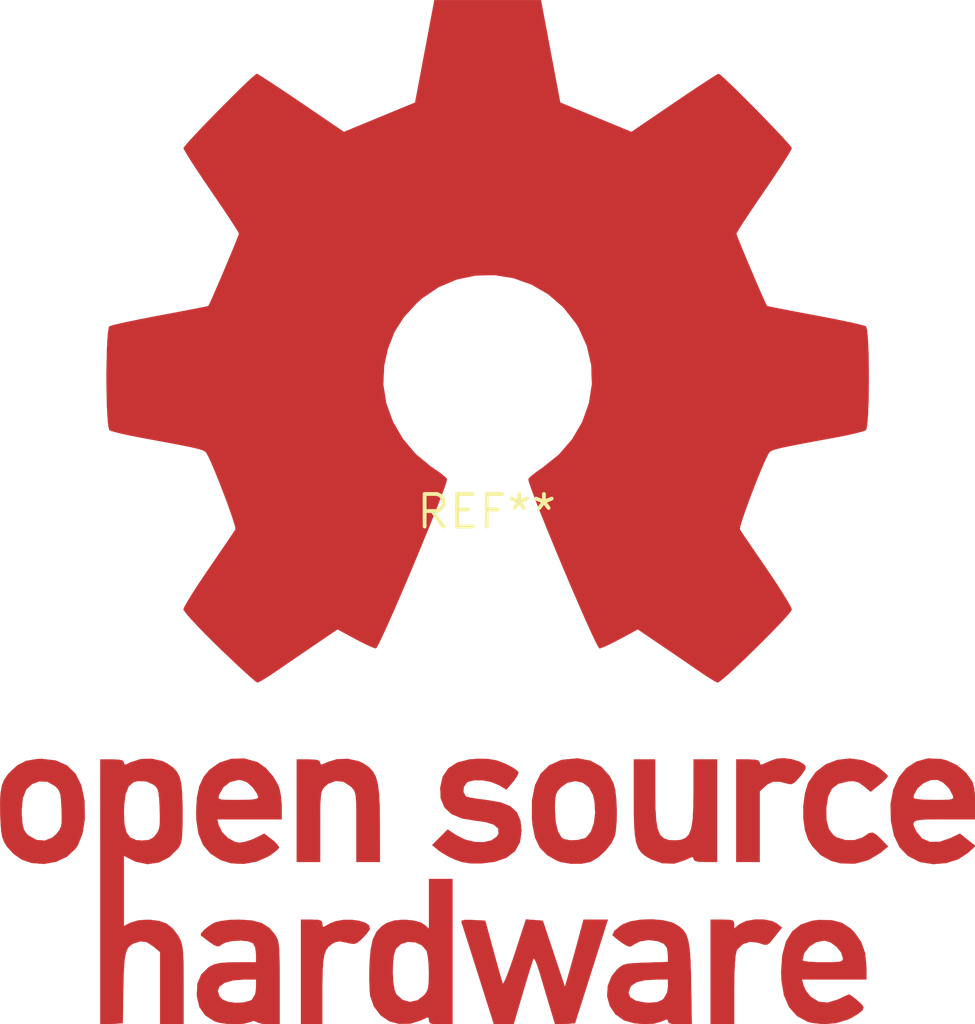
<source format=kicad_pcb>
(kicad_pcb (version 20240108) (generator pcbnew)
  (layers (0 "F.Cu" signal) (31 "B.Cu" signal) (34 "B.Paste" user) (35 "F.Paste" user) (36 "B.SilkS" user "B.Silkscreen") (37 "F.SilkS" user "F.Silkscreen") (38 "B.Mask" user) (39 "F.Mask" user) (44 "Edge.Cuts" user))
  (net 0 "")
  (footprint "OSHW-Logo_38.1x40mm_Copper" (layer "F.Cu") (at 0 0)
    (property "Reference" "REF**")
    (property "Value" "OSHW-Logo_38.1x40mm_Copper")
    (fp_poly (pts (xy 11.917738 9.656462) (xy 12.204184 9.743978) (xy 12.388612 9.85456) (xy 12.448689 9.942007) (xy 12.432152 10.045667) (xy 12.324854 10.208517) (xy 12.234127 10.323853) (xy 12.047093 10.532364) (xy 11.906574 10.62009) (xy 11.786787 10.614364) (xy 11.431441 10.523933) (xy 11.170468 10.52804) (xy 10.958547 10.630522) (xy 10.887401 10.690504) (xy 10.659673 10.901555) (xy 10.659673 13.657705) (xy 9.743607 13.657705) (xy 9.743607 9.660328) (xy 10.20164 9.660328) (xy 10.476637 9.671203) (xy 10.618516 9.709817) (xy 10.659655 9.785151) (xy 10.659673 9.787384) (xy 10.679101 9.866292) (xy 10.766957 9.856) (xy 10.888689 9.799072) (xy 11.140109 9.693138) (xy 11.344268 9.629405) (xy 11.606961 9.613066) (xy 11.917738 9.656462)) (layer "F.Cu") (stroke (width 0.01)) (fill solid))
    (fp_poly (pts (xy 10.830214 15.904919) (xy 11.150364 15.968034) (xy 11.332625 16.061485) (xy 11.524358 16.21674) (xy 11.251575 16.561157) (xy 11.083389 16.769733) (xy 10.969185 16.871491) (xy 10.855688 16.887037) (xy 10.689622 16.836976) (xy 10.611667 16.808654) (xy 10.293852 16.766866) (xy 10.002799 16.85644) (xy 9.789121 17.058798) (xy 9.75441 17.123317) (xy 9.716607 17.29423) (xy 9.687432 17.609212) (xy 9.668253 18.045937) (xy 9.660438 18.582075) (xy 9.660328 18.658344) (xy 9.660328 19.986885) (xy 8.744263 19.986885) (xy 8.744263 15.906229) (xy 9.202296 15.906229) (xy 9.466399 15.913125) (xy 9.603984 15.943814) (xy 9.654861 16.013296) (xy 9.660328 16.078831) (xy 9.660328 16.251433) (xy 9.879756 16.078831) (xy 10.13136 15.961076) (xy 10.469362 15.902852) (xy 10.830214 15.904919)) (layer "F.Cu") (stroke (width 0.01)) (fill solid))
    (fp_poly (pts (xy -6.57895 15.915079) (xy -6.454325 15.952436) (xy -6.414149 16.03451) (xy -6.412459 16.071563) (xy -6.405249 16.174766) (xy -6.355599 16.190968) (xy -6.221474 16.120215) (xy -6.141803 16.071874) (xy -5.890453 15.96835) (xy -5.590246 15.917162) (xy -5.275474 15.913226) (xy -4.980428 15.951458) (xy -4.739399 16.026773) (xy -4.58668 16.134087) (xy -4.556562 16.268315) (xy -4.571762 16.304665) (xy -4.682563 16.455554) (xy -4.854379 16.641136) (xy -4.885456 16.671135) (xy -5.049224 16.80908) (xy -5.190525 16.85365) (xy -5.388135 16.822544) (xy -5.467303 16.801875) (xy -5.713656 16.752231) (xy -5.886871 16.774555) (xy -6.033151 16.853292) (xy -6.167147 16.958958) (xy -6.265835 17.091847) (xy -6.334418 17.277303) (xy -6.378095 17.540667) (xy -6.402067 17.907282) (xy -6.411537 18.402491) (xy -6.412459 18.701487) (xy -6.412459 19.986885) (xy -7.245245 19.986885) (xy -7.245245 15.906229) (xy -6.828852 15.906229) (xy -6.57895 15.915079)) (layer "F.Cu") (stroke (width 0.01)) (fill solid))
    (fp_poly (pts (xy 6.579017 10.956622) (xy 6.586888 11.567396) (xy 6.615646 12.031319) (xy 6.673009 12.367572) (xy 6.766696 12.595341) (xy 6.904423 12.73381) (xy 7.093909 12.80216) (xy 7.328525 12.819621) (xy 7.574247 12.800056) (xy 7.760889 12.728574) (xy 7.896168 12.58599) (xy 7.987803 12.353121) (xy 8.04351 12.010782) (xy 8.071009 11.539791) (xy 8.078033 10.956622) (xy 8.078033 9.660328) (xy 8.994099 9.660328) (xy 8.994099 13.657705) (xy 8.536066 13.657705) (xy 8.259942 13.646516) (xy 8.117757 13.607222) (xy 8.078033 13.532625) (xy 8.054109 13.466187) (xy 7.958894 13.480242) (xy 7.766971 13.574264) (xy 7.327097 13.719308) (xy 6.860548 13.709032) (xy 6.41351 13.551531) (xy 6.200627 13.427116) (xy 6.038245 13.292407) (xy 5.919616 13.123856) (xy 5.837992 12.897913) (xy 5.786624 12.591029) (xy 5.758762 12.179653) (xy 5.747659 11.640236) (xy 5.74623 11.223102) (xy 5.74623 9.660328) (xy 6.579017 9.660328) (xy 6.579017 10.956622)) (layer "F.Cu") (stroke (width 0.01)) (fill solid))
    (fp_poly (pts (xy -4.993784 9.729125) (xy -4.78652 9.828124) (xy -4.585788 9.971122) (xy -4.432864 10.135705) (xy -4.321476 10.345622) (xy -4.245354 10.624625) (xy -4.198229 10.996466) (xy -4.17383 11.484895) (xy -4.165887 12.113665) (xy -4.165763 12.179508) (xy -4.163934 13.657705) (xy -5.08 13.657705) (xy -5.08 12.294962) (xy -5.080652 11.7901) (xy -5.085162 11.424186) (xy -5.097362 11.169613) (xy -5.121082 10.998771) (xy -5.160152 10.884052) (xy -5.218405 10.797848) (xy -5.299552 10.712667) (xy -5.583462 10.529648) (xy -5.893387 10.495686) (xy -6.188645 10.611402) (xy -6.291326 10.697526) (xy -6.366706 10.778498) (xy -6.420826 10.865214) (xy -6.457206 10.984925) (xy -6.479367 11.164882) (xy -6.490828 11.432336) (xy -6.495111 11.814539) (xy -6.495737 12.279821) (xy -6.495737 13.657705) (xy -7.411803 13.657705) (xy -7.411803 9.660328) (xy -6.95377 9.660328) (xy -6.678772 9.671203) (xy -6.536894 9.709817) (xy -6.495755 9.785151) (xy -6.495737 9.787384) (xy -6.47665 9.861162) (xy -6.392465 9.852789) (xy -6.225081 9.771722) (xy -5.845454 9.652447) (xy -5.411197 9.639182) (xy -4.993784 9.729125)) (layer "F.Cu") (stroke (width 0.01)) (fill solid))
    (fp_poly (pts (xy 14.684577 9.695204) (xy 15.167087 9.90018) (xy 15.319062 9.999961) (xy 15.513296 10.153301) (xy 15.635225 10.273871) (xy 15.656394 10.313142) (xy 15.596616 10.400284) (xy 15.443638 10.548153) (xy 15.321165 10.651358) (xy 14.985935 10.920755) (xy 14.721228 10.698019) (xy 14.516672 10.554226) (xy 14.317221 10.504591) (xy 14.08895 10.516713) (xy 13.726468 10.606836) (xy 13.476951 10.793898) (xy 13.325316 11.096307) (xy 13.25648 11.532472) (xy 13.256463 11.532745) (xy 13.262416 12.020248) (xy 13.354934 12.377932) (xy 13.539485 12.621459) (xy 13.6653 12.703927) (xy 13.999435 12.806621) (xy 14.356325 12.806683) (xy 14.666831 12.707043) (xy 14.740328 12.65836) (xy 14.92466 12.534007) (xy 15.068775 12.513626) (xy 15.224205 12.606183) (xy 15.396036 12.772423) (xy 15.668023 13.053042) (xy 15.366047 13.301956) (xy 14.89948 13.582886) (xy 14.373346 13.721331) (xy 13.82352 13.711306) (xy 13.462433 13.619509) (xy 13.040389 13.392498) (xy 12.702853 13.03537) (xy 12.549506 12.783278) (xy 12.425308 12.421582) (xy 12.363163 11.96349) (xy 12.362684 11.467019) (xy 12.423486 10.990185) (xy 12.545184 10.591005) (xy 12.564352 10.550078) (xy 12.848205 10.148682) (xy 13.232519 9.856433) (xy 13.686929 9.679395) (xy 14.18107 9.62363) (xy 14.684577 9.695204)) (layer "F.Cu") (stroke (width 0.01)) (fill solid))
    (fp_poly (pts (xy 4.045043 9.70961) (xy 4.466272 9.939009) (xy 4.795831 10.301147) (xy 4.951108 10.595675) (xy 5.017772 10.855814) (xy 5.060967 11.226665) (xy 5.079479 11.653878) (xy 5.07209 12.0831) (xy 5.037588 12.459981) (xy 4.997287 12.661273) (xy 4.861335 12.936645) (xy 4.625885 13.229132) (xy 4.342131 13.484903) (xy 4.061265 13.650125) (xy 4.054415 13.652746) (xy 3.705891 13.724943) (xy 3.292854 13.72673) (xy 2.900349 13.661002) (xy 2.748792 13.608322) (xy 2.358442 13.386967) (xy 2.078877 13.096955) (xy 1.895199 12.713005) (xy 1.792509 12.209839) (xy 1.769275 11.946283) (xy 1.772239 11.615106) (xy 2.664919 11.615106) (xy 2.694989 12.098353) (xy 2.781545 12.466606) (xy 2.919103 12.701897) (xy 3.017101 12.76918) (xy 3.268186 12.8161) (xy 3.566637 12.802208) (xy 3.824667 12.73469) (xy 3.892332 12.697544) (xy 4.070857 12.481198) (xy 4.18869 12.150101) (xy 4.238848 11.747162) (xy 4.214348 11.315292) (xy 4.159593 11.055379) (xy 4.002383 10.754381) (xy 3.754209 10.566227) (xy 3.455323 10.501173) (xy 3.145974 10.569476) (xy 2.908349 10.736545) (xy 2.78347 10.874386) (xy 2.710586 11.010252) (xy 2.675846 11.194128) (xy 2.665399 11.475998) (xy 2.664919 11.615106) (xy 1.772239 11.615106) (xy 1.77557 11.242989) (xy 1.890112 10.666268) (xy 2.112914 10.216098) (xy 2.443987 9.89246) (xy 2.883341 9.695331) (xy 2.977684 9.672472) (xy 3.544672 9.618811) (xy 4.045043 9.70961)) (layer "F.Cu") (stroke (width 0.01)) (fill solid))
    (fp_poly (pts (xy 1.864521 15.923144) (xy 2.193885 15.947869) (xy 2.624497 17.238688) (xy 3.05511 18.529508) (xy 3.190129 18.071475) (xy 3.271382 17.788407) (xy 3.378267 17.405872) (xy 3.493684 16.985385) (xy 3.554711 16.759836) (xy 3.784273 15.906229) (xy 4.731374 15.906229) (xy 4.448278 16.801475) (xy 4.308866 17.241806) (xy 4.140446 17.772942) (xy 3.964562 18.326983) (xy 3.807544 18.820983) (xy 3.449905 19.945246) (xy 2.677623 19.995492) (xy 2.468236 19.304139) (xy 2.339106 18.874669) (xy 2.198185 18.401207) (xy 2.075022 17.983051) (xy 2.070162 17.96641) (xy 1.978171 17.683073) (xy 1.897007 17.489747) (xy 1.84016 17.416642) (xy 1.828478 17.425098) (xy 1.787476 17.538434) (xy 1.709571 17.781209) (xy 1.604245 18.122895) (xy 1.480982 18.532964) (xy 1.414287 18.758524) (xy 1.053093 19.986885) (xy 0.286534 19.986885) (xy -0.326266 18.050655) (xy -0.498418 17.507518) (xy -0.655239 17.014275) (xy -0.789322 16.594096) (xy -0.893261 16.270152) (xy -0.959651 16.065616) (xy -0.979831 16.005855) (xy -0.963856 15.944667) (xy -0.838415 15.917869) (xy -0.577369 15.920549) (xy -0.536506 15.922576) (xy -0.052416 15.947869) (xy 0.264634 17.11377) (xy 0.38117 17.538972) (xy 0.485311 17.912754) (xy 0.567889 18.202661) (xy 0.619733 18.376239) (xy 0.629312 18.404538) (xy 0.669009 18.371996) (xy 0.749061 18.203393) (xy 0.860276 17.921683) (xy 0.993462 17.549821) (xy 1.106049 17.213911) (xy 1.535156 15.898418) (xy 1.864521 15.923144)) (layer "F.Cu") (stroke (width 0.01)) (fill solid))
    (fp_poly (pts (xy -16.810779 9.703603) (xy -16.375105 9.896215) (xy -16.044367 10.217838) (xy -15.818085 10.668963) (xy -15.695776 11.250083) (xy -15.687009 11.340815) (xy -15.680139 11.980512) (xy -15.769203 12.541228) (xy -15.948781 12.995693) (xy -16.044942 13.141882) (xy -16.37989 13.451285) (xy -16.806463 13.651675) (xy -17.283692 13.734835) (xy -17.770605 13.692544) (xy -18.14074 13.56229) (xy -18.459041 13.342786) (xy -18.719191 13.054992) (xy -18.723691 13.048259) (xy -18.82934 12.870628) (xy -18.897998 12.69201) (xy -18.939575 12.466588) (xy -18.963982 12.148545) (xy -18.974734 11.887736) (xy -18.97921 11.651222) (xy -18.146588 11.651222) (xy -18.13845 11.88667) (xy -18.10891 12.200097) (xy -18.056795 12.401241) (xy -17.962813 12.544346) (xy -17.874793 12.627941) (xy -17.562753 12.802967) (xy -17.236261 12.826358) (xy -16.932192 12.700424) (xy -16.78016 12.559306) (xy -16.670605 12.417099) (xy -16.606525 12.281024) (xy -16.5784 12.103933) (xy -16.576715 11.838677) (xy -16.585382 11.594389) (xy -16.604022 11.245419) (xy -16.633575 11.019076) (xy -16.68684 10.871441) (xy -16.776618 10.758595) (xy -16.84776 10.694099) (xy -17.145341 10.524679) (xy -17.466374 10.516234) (xy -17.735559 10.616584) (xy -17.965199 10.826149) (xy -18.102008 11.170396) (xy -18.146588 11.651222) (xy -18.97921 11.651222) (xy -18.984551 11.369095) (xy -18.967785 10.98122) (xy -18.917543 10.68949) (xy -18.826936 10.459281) (xy -18.689072 10.255972) (xy -18.637956 10.195604) (xy -18.31835 9.894823) (xy -17.975537 9.719132) (xy -17.556302 9.645524) (xy -17.351871 9.639508) (xy -16.810779 9.703603)) (layer "F.Cu") (stroke (width 0.01)) (fill solid))
    (fp_poly (pts (xy -1.332459 19.986885) (xy -1.790491 19.986885) (xy -2.056349 19.979091) (xy -2.19481 19.946813) (xy -2.244663 19.876707) (xy -2.248524 19.829305) (xy -2.256931 19.734246) (xy -2.309948 19.716016) (xy -2.449266 19.774615) (xy -2.557608 19.829305) (xy -2.973554 19.958902) (xy -3.425706 19.966401) (xy -3.793309 19.869746) (xy -4.135625 19.636235) (xy -4.396567 19.291562) (xy -4.539454 18.885012) (xy -4.543092 18.862282) (xy -4.564322 18.614272) (xy -4.574879 18.258234) (xy -4.57403 17.988959) (xy -3.664344 17.988959) (xy -3.643269 18.346856) (xy -3.595331 18.641847) (xy -3.530433 18.808433) (xy -3.284912 19.036081) (xy -2.993401 19.11769) (xy -2.692785 19.051696) (xy -2.435901 18.854843) (xy -2.338615 18.722448) (xy -2.281731 18.564462) (xy -2.255087 18.333852) (xy -2.248524 17.987471) (xy -2.26027 17.644457) (xy -2.291294 17.34308) (xy -2.335276 17.141395) (xy -2.342606 17.123317) (xy -2.519975 16.90839) (xy -2.778855 16.79039) (xy -3.068514 16.771337) (xy -3.338217 16.853251) (xy -3.537234 17.038152) (xy -3.557879 17.074945) (xy -3.622499 17.299291) (xy -3.657704 17.621867) (xy -3.664344 17.988959) (xy -4.57403 17.988959) (xy -4.573599 17.852424) (xy -4.567611 17.63402) (xy -4.526883 17.093711) (xy -4.442233 16.688047) (xy -4.301412 16.388153) (xy -4.092175 16.165157) (xy -3.889042 16.034254) (xy -3.605232 15.942233) (xy -3.252241 15.910672) (xy -2.890785 15.936379) (xy -2.581574 16.016161) (xy -2.418202 16.111602) (xy -2.248524 16.265158) (xy -2.248524 14.323934) (xy -1.332459 14.323934) (xy -1.332459 19.986885)) (layer "F.Cu") (stroke (width 0.01)) (fill solid))
    (fp_poly (pts (xy 17.735584 9.646038) (xy 17.948829 9.697843) (xy 18.357661 9.887543) (xy 18.707251 10.177266) (xy 18.949194 10.524639) (xy 18.982434 10.602634) (xy 19.028032 10.80693) (xy 19.05995 11.109146) (xy 19.07082 11.414601) (xy 19.07082 11.992131) (xy 17.863279 11.992131) (xy 17.365238 11.994014) (xy 17.014379 12.005445) (xy 16.791331 12.035099) (xy 16.676721 12.091653) (xy 16.651177 12.183779) (xy 16.695325 12.320154) (xy 16.774411 12.479726) (xy 16.995018 12.746034) (xy 17.301584 12.878709) (xy 17.676283 12.874388) (xy 18.100726 12.729981) (xy 18.467547 12.551766) (xy 18.771925 12.79244) (xy 19.076302 13.033115) (xy 18.789949 13.297685) (xy 18.407657 13.547663) (xy 17.937507 13.698378) (xy 17.431797 13.740555) (xy 16.942826 13.66492) (xy 16.863935 13.639256) (xy 16.43418 13.414827) (xy 16.114501 13.080236) (xy 15.898161 12.625495) (xy 15.778421 12.040615) (xy 15.777026 12.02808) (xy 15.766305 11.390664) (xy 15.809646 11.163263) (xy 16.655738 11.163263) (xy 16.733444 11.198231) (xy 16.944411 11.225016) (xy 17.255414 11.240309) (xy 17.452498 11.242623) (xy 17.820027 11.241175) (xy 18.049829 11.231966) (xy 18.170732 11.207695) (xy 18.211567 11.16106) (xy 18.201162 11.084763) (xy 18.192434 11.055246) (xy 18.043449 10.777888) (xy 17.809132 10.554358) (xy 17.602347 10.456132) (xy 17.327632 10.462063) (xy 17.049259 10.584556) (xy 16.815749 10.787365) (xy 16.675621 11.034244) (xy 16.655738 11.163263) (xy 15.809646 11.163263) (xy 15.873158 10.83004) (xy 16.085145 10.359559) (xy 16.389822 9.992568) (xy 16.774749 9.742418) (xy 17.227484 9.622458) (xy 17.735584 9.646038)) (layer "F.Cu") (stroke (width 0.01)) (fill solid))
    (fp_poly (pts (xy 0.092836 9.646006) (xy 0.4082 9.705814) (xy 0.735371 9.830904) (xy 0.770328 9.846852) (xy 1.018435 9.977312) (xy 1.190259 10.098547) (xy 1.245796 10.176212) (xy 1.192907 10.302873) (xy 1.06444 10.489761) (xy 1.007417 10.559524) (xy 0.772422 10.834131) (xy 0.469465 10.655382) (xy 0.18114 10.536303) (xy -0.151999 10.472652) (xy -0.471476 10.468632) (xy -0.718811 10.528441) (xy -0.778167 10.565771) (xy -0.891204 10.736932) (xy -0.904941 10.934097) (xy -0.820359 11.088124) (xy -0.770327 11.117996) (xy -0.620407 11.155093) (xy -0.356878 11.198695) (xy -0.032017 11.240359) (xy 0.027913 11.246893) (xy 0.54968 11.33715) (xy 0.92811 11.49046) (xy 1.179086 11.720981) (xy 1.318487 12.042869) (xy 1.361912 12.43603) (xy 1.301922 12.882946) (xy 1.107118 13.233897) (xy 0.776723 13.489515) (xy 0.309955 13.650435) (xy -0.208196 13.713924) (xy -0.630734 13.71316) (xy -0.973469 13.655497) (xy -1.20754 13.575888) (xy -1.5033 13.437173) (xy -1.776625 13.276194) (xy -1.87377 13.205339) (xy -2.123606 13.001409) (xy -1.822293 12.696517) (xy -1.520981 12.391626) (xy -1.178408 12.61833) (xy -0.834811 12.788599) (xy -0.467904 12.877659) (xy -0.115205 12.887056) (xy 0.185763 12.81834) (xy 0.397481 12.673058) (xy 0.465843 12.550475) (xy 0.455588 12.353881) (xy 0.285715 12.203545) (xy -0.043313 12.099731) (xy -0.403798 12.05175) (xy -0.958582 11.960207) (xy -1.37073 11.787496) (xy -1.645756 11.52856) (xy -1.789174 11.178344) (xy -1.809042 10.76313) (xy -1.710904 10.329428) (xy -1.48716 10.001609) (xy -1.135806 9.778175) (xy -0.654837 9.657628) (xy -0.298513 9.633997) (xy 0.092836 9.646006)) (layer "F.Cu") (stroke (width 0.01)) (fill solid))
    (fp_poly (pts (xy 13.461685 15.927997) (xy 13.859752 16.031492) (xy 14.193123 16.245087) (xy 14.354539 16.404652) (xy 14.619137 16.781861) (xy 14.77078 17.21944) (xy 14.822876 17.757336) (xy 14.823143 17.800819) (xy 14.823607 18.238033) (xy 12.30719 18.238033) (xy 12.36083 18.467049) (xy 12.457683 18.674463) (xy 12.627193 18.89058) (xy 12.662647 18.925082) (xy 12.96736 19.111808) (xy 13.314849 19.143475) (xy 13.714823 19.020625) (xy 13.782623 18.987541) (xy 13.990576 18.886967) (xy 14.129863 18.829667) (xy 14.154166 18.824368) (xy 14.239002 18.875826) (xy 14.400798 19.001721) (xy 14.48293 19.070517) (xy 14.65312 19.228552) (xy 14.709007 19.332901) (xy 14.67022 19.428892) (xy 14.649487 19.455139) (xy 14.509062 19.570015) (xy 14.277348 19.709626) (xy 14.115738 19.791127) (xy 13.657003 19.934723) (xy 13.149129 19.981249) (xy 12.668148 19.926117) (xy 12.533443 19.886642) (xy 12.116525 19.663223) (xy 11.807493 19.319442) (xy 11.604557 18.851958) (xy 11.505931 18.257431) (xy 11.495102 17.946557) (xy 11.52672 17.493946) (xy 12.325246 17.493946) (xy 12.402481 17.527404) (xy 12.610085 17.553658) (xy 12.911912 17.56915) (xy 13.116394 17.571803) (xy 13.484202 17.569246) (xy 13.716349 17.557276) (xy 13.843704 17.529447) (xy 13.897135 17.47931) (xy 13.907541 17.406559) (xy 13.836146 17.182458) (xy 13.656393 16.960975) (xy 13.419933 16.790977) (xy 13.183381 16.721436) (xy 12.862089 16.783125) (xy 12.583956 16.961464) (xy 12.391115 17.218525) (xy 12.325246 17.493946) (xy 11.52672 17.493946) (xy 11.541145 17.287465) (xy 11.683249 16.762349) (xy 11.924421 16.36705) (xy 12.267668 16.097404) (xy 12.715997 15.949251) (xy 12.958876 15.920719) (xy 13.461685 15.927997)) (layer "F.Cu") (stroke (width 0.01)) (fill solid))
    (fp_poly (pts (xy -8.98535 9.753051) (xy -8.902362 9.792122) (xy -8.615131 10.002525) (xy -8.343527 10.309586) (xy -8.140723 10.64769) (xy -8.08304 10.803133) (xy -8.030411 11.080796) (xy -7.99903 11.416353) (xy -7.995218 11.554918) (xy -7.994754 11.992131) (xy -10.51117 11.992131) (xy -10.457531 12.221147) (xy -10.325867 12.492007) (xy -10.095678 12.726092) (xy -9.821826 12.876884) (xy -9.647315 12.908196) (xy -9.410656 12.870197) (xy -9.128297 12.774891) (xy -9.032377 12.731042) (xy -8.677658 12.553887) (xy -8.374939 12.784782) (xy -8.200261 12.940947) (xy -8.107316 13.069843) (xy -8.102609 13.107674) (xy -8.185643 13.199362) (xy -8.36762 13.338698) (xy -8.532789 13.4474) (xy -8.978498 13.64281) (xy -9.478174 13.731255) (xy -9.97342 13.70826) (xy -10.368196 13.588058) (xy -10.775151 13.330568) (xy -11.064357 12.991548) (xy -11.245278 12.552923) (xy -11.327378 11.996618) (xy -11.334658 11.742067) (xy -11.305522 11.15875) (xy -11.301943 11.141782) (xy -10.468118 11.141782) (xy -10.445153 11.196483) (xy -10.350768 11.226647) (xy -10.156097 11.239576) (xy -9.832271 11.24257) (xy -9.707579 11.242623) (xy -9.328206 11.238103) (xy -9.087622 11.221688) (xy -8.958231 11.189099) (xy -8.912439 11.136054) (xy -8.910819 11.119019) (xy -8.96308 10.983649) (xy -9.093874 10.79401) (xy -9.150104 10.727609) (xy -9.358851 10.539812) (xy -9.57645 10.465975) (xy -9.693686 10.459803) (xy -10.010852 10.536986) (xy -10.276826 10.744309) (xy -10.445543 11.045434) (xy -10.448533 11.055246) (xy -10.468118 11.141782) (xy -11.301943 11.141782) (xy -11.208632 10.699443) (xy -11.034089 10.331966) (xy -10.820622 10.071114) (xy -10.42596 9.788261) (xy -9.962029 9.637112) (xy -9.468576 9.623448) (xy -8.98535 9.753051)) (layer "F.Cu") (stroke (width 0.01)) (fill solid))
    (fp_poly (pts (xy 6.877341 15.930959) (xy 7.228359 16.016217) (xy 7.329824 16.061385) (xy 7.526508 16.179693) (xy 7.677454 16.312943) (xy 7.789142 16.48427) (xy 7.868052 16.716809) (xy 7.920664 17.033696) (xy 7.953459 17.458068) (xy 7.972915 18.013058) (xy 7.980303 18.38377) (xy 8.00749 19.986885) (xy 7.543089 19.986885) (xy 7.261354 19.975071) (xy 7.116204 19.934699) (xy 7.078689 19.866906) (xy 7.058882 19.793597) (xy 6.970333 19.807613) (xy 6.849673 19.866393) (xy 6.547606 19.956491) (xy 6.159387 19.980769) (xy 5.751062 19.941057) (xy 5.38868 19.839183) (xy 5.356179 19.825043) (xy 5.024982 19.592376) (xy 4.806648 19.268934) (xy 4.706183 18.89086) (xy 4.713858 18.755029) (xy 5.533527 18.755029) (xy 5.60575 18.937827) (xy 5.819885 19.068821) (xy 6.165368 19.139126) (xy 6.35 19.148462) (xy 6.6577 19.124563) (xy 6.86223 19.031687) (xy 6.912132 18.987541) (xy 7.047322 18.747361) (xy 7.078689 18.529508) (xy 7.078689 18.238033) (xy 6.672705 18.238033) (xy 6.200774 18.262086) (xy 5.869762 18.337742) (xy 5.660611 18.470241) (xy 5.613783 18.529311) (xy 5.533527 18.755029) (xy 4.713858 18.755029) (xy 4.728591 18.494296) (xy 4.87888 18.115384) (xy 5.083936 17.859312) (xy 5.20813 17.748603) (xy 5.32971 17.675848) (xy 5.487904 17.631488) (xy 5.721943 17.605963) (xy 6.071055 17.589714) (xy 6.209526 17.585042) (xy 7.078689 17.556642) (xy 7.077414 17.293567) (xy 7.043752 17.017038) (xy 6.922053 16.849833) (xy 6.67619 16.743013) (xy 6.669595 16.74111) (xy 6.321008 16.699109) (xy 5.979904 16.75397) (xy 5.7264 16.887377) (xy 5.624684 16.95325) (xy 5.515131 16.944136) (xy 5.346545 16.848697) (xy 5.247547 16.781341) (xy 5.053911 16.637432) (xy 4.933965 16.529558) (xy 4.914718 16.498674) (xy 4.993971 16.338847) (xy 5.228129 16.147978) (xy 5.329837 16.083578) (xy 5.622226 15.972663) (xy 6.016274 15.909826) (xy 6.453979 15.89571) (xy 6.877341 15.930959)) (layer "F.Cu") (stroke (width 0.01)) (fill solid))
    (fp_poly (pts (xy -9.167558 15.938494) (xy -8.775778 16.043027) (xy -8.477533 16.232505) (xy -8.267069 16.480676) (xy -8.201641 16.586591) (xy -8.153337 16.697535) (xy -8.119568 16.839459) (xy -8.097745 17.038308) (xy -8.085279 17.320032) (xy -8.079581 17.710578) (xy -8.078063 18.235895) (xy -8.078032 18.375266) (xy -8.078032 19.986885) (xy -8.47777 19.986885) (xy -8.732739 19.969029) (xy -8.921267 19.923791) (xy -8.968501 19.895891) (xy -9.09763 19.84774) (xy -9.229518 19.895891) (xy -9.446664 19.956006) (xy -9.762083 19.9802) (xy -10.111687 19.969702) (xy -10.431386 19.925737) (xy -10.618032 19.869325) (xy -10.979217 19.637462) (xy -11.20494 19.315694) (xy -11.306417 18.887872) (xy -11.30736 18.876885) (xy -11.298454 18.687094) (xy -10.493114 18.687094) (xy -10.422708 18.902968) (xy -10.308027 19.024458) (xy -10.077826 19.116344) (xy -9.773972 19.153023) (xy -9.464121 19.13497) (xy -9.215928 19.062664) (xy -9.146393 19.016273) (xy -9.024887 18.801919) (xy -8.994098 18.55824) (xy -8.994098 18.238033) (xy -9.454805 18.238033) (xy -9.892482 18.271726) (xy -10.224273 18.367185) (xy -10.430675 18.515972) (xy -10.493114 18.687094) (xy -11.298454 18.687094) (xy -11.285425 18.409462) (xy -11.131261 18.039892) (xy -10.841427 17.760412) (xy -10.801366 17.734989) (xy -10.629219 17.652209) (xy -10.416145 17.602081) (xy -10.118282 17.577716) (xy -9.764426 17.572114) (xy -8.994098 17.571803) (xy -8.994098 17.248885) (xy -9.026774 16.998336) (xy -9.110156 16.830482) (xy -9.119918 16.821546) (xy -9.305471 16.748117) (xy -9.585568 16.719655) (xy -9.89511 16.733642) (xy -10.168998 16.787559) (xy -10.331518 16.868424) (xy -10.41958 16.933201) (xy -10.512569 16.945568) (xy -10.640901 16.892496) (xy -10.83499 16.760958) (xy -11.125252 16.537926) (xy -11.151893 16.517032) (xy -11.138242 16.439723) (xy -11.024355 16.311144) (xy -10.851259 16.168261) (xy -10.659983 16.048042) (xy -10.599887 16.019653) (xy -10.380681 15.963006) (xy -10.05947 15.922599) (xy -9.700604 15.906391) (xy -9.683822 15.906359) (xy -9.167558 15.938494)) (layer "F.Cu") (stroke (width 0.01)) (fill solid))
    (fp_poly (pts (xy -12.641615 9.730332) (xy -12.466029 9.81708) (xy -12.249502 9.968243) (xy -12.091689 10.133084) (xy -11.98361 10.340074) (xy -11.916282 10.617685) (xy -11.880726 10.994388) (xy -11.867959 11.498656) (xy -11.867213 11.715447) (xy -11.869392 12.190574) (xy -11.878443 12.530136) (xy -11.898135 12.7651) (xy -11.932236 12.92643) (xy -11.984517 13.04509) (xy -12.038916 13.126039) (xy -12.38616 13.47045) (xy -12.795076 13.677612) (xy -13.236207 13.73992) (xy -13.680092 13.64977) (xy -13.820719 13.586018) (xy -14.157377 13.410542) (xy -14.157377 16.160343) (xy -13.911676 16.033286) (xy -13.587934 15.934981) (xy -13.19001 15.909799) (xy -12.792655 15.956294) (xy -12.492579 16.060739) (xy -12.243681 16.259651) (xy -12.031016 16.544286) (xy -12.015026 16.57351) (xy -11.947585 16.711163) (xy -11.898331 16.849912) (xy -11.864427 17.017991) (xy -11.843037 17.243631) (xy -11.831324 17.555066) (xy -11.826453 17.98053) (xy -11.825573 18.459328) (xy -11.825573 19.986885) (xy -12.741639 19.986885) (xy -12.741639 17.170215) (xy -12.997865 16.954616) (xy -13.264035 16.782158) (xy -13.516096 16.750801) (xy -13.769555 16.831494) (xy -13.904633 16.910508) (xy -14.005171 17.023054) (xy -14.076675 17.193144) (xy -14.124656 17.444788) (xy -14.154621 17.801996) (xy -14.17208 18.288781) (xy -14.178228 18.612787) (xy -14.199016 19.945246) (xy -14.636229 19.970417) (xy -15.073442 19.995589) (xy -15.073442 11.726928) (xy -14.157377 11.726928) (xy -14.134022 12.187906) (xy -14.055323 12.5079) (xy -13.908332 12.706994) (xy -13.680097 12.805278) (xy -13.449508 12.824918) (xy -13.188476 12.80235) (xy -13.015234 12.713527) (xy -12.906902 12.596161) (xy -12.821619 12.469924) (xy -12.770851 12.32929) (xy -12.748262 12.132245) (xy -12.747519 11.836774) (xy -12.75512 11.589366) (xy -12.772575 11.216656) (xy -12.79856 10.971964) (xy -12.842317 10.816754) (xy -12.913091 10.712489) (xy -12.979881 10.652221) (xy -13.258949 10.520797) (xy -13.589238 10.499574) (xy -13.778891 10.544846) (xy -13.966668 10.705762) (xy -14.091052 11.018784) (xy -14.151337 11.481703) (xy -14.157377 11.726928) (xy -15.073442 11.726928) (xy -15.073442 9.660328) (xy -14.615409 9.660328) (xy -14.340412 9.671203) (xy -14.198533 9.709817) (xy -14.157394 9.785151) (xy -14.157377 9.787384) (xy -14.138289 9.861161) (xy -14.054102 9.852786) (xy -13.886721 9.771718) (xy -13.496708 9.647699) (xy -13.057908 9.634663) (xy -12.641615 9.730332)) (layer "F.Cu") (stroke (width 0.01)) (fill solid))
    (fp_poly (pts (xy 2.49661 -17.948081) (xy 2.873115 -15.950917) (xy 5.651617 -14.805527) (xy 7.318256 -15.938829) (xy 7.785002 -16.254378) (xy 8.206915 -16.536122) (xy 8.564307 -16.771198) (xy 8.837489 -16.946742) (xy 9.006773 -17.04989) (xy 9.052875 -17.072131) (xy 9.135926 -17.01493) (xy 9.313397 -16.856792) (xy 9.565395 -16.617919) (xy 9.872028 -16.318512) (xy 10.213404 -15.978771) (xy 10.569629 -15.618898) (xy 10.920812 -15.259093) (xy 11.247061 -14.919557) (xy 11.528482 -14.620492) (xy 11.745185 -14.382097) (xy 11.877275 -14.224575) (xy 11.908853 -14.171857) (xy 11.863407 -14.074669) (xy 11.735999 -13.861748) (xy 11.540026 -13.553922) (xy 11.288883 -13.172018) (xy 10.995965 -12.736862) (xy 10.82623 -12.488659) (xy 10.516853 -12.035442) (xy 10.241941 -11.62646) (xy 10.014829 -11.28207) (xy 9.848856 -11.02263) (xy 9.757356 -10.868498) (xy 9.743607 -10.836107) (xy 9.774776 -10.74405) (xy 9.859737 -10.529501) (xy 9.985671 -10.222626) (xy 10.139759 -9.853589) (xy 10.30918 -9.452558) (xy 10.481116 -9.049696) (xy 10.642747 -8.67517) (xy 10.781254 -8.359145) (xy 10.883817 -8.131786) (xy 10.937618 -8.02326) (xy 10.940793 -8.018989) (xy 11.025271 -7.998267) (xy 11.250253 -7.952037) (xy 11.592418 -7.884843) (xy 12.028447 -7.801231) (xy 12.535019 -7.705746) (xy 12.830577 -7.650682) (xy 13.371876 -7.54762) (xy 13.860795 -7.44955) (xy 14.2726 -7.361839) (xy 14.582555 -7.289853) (xy 14.765925 -7.238958) (xy 14.802787 -7.22281) (xy 14.83889 -7.113516) (xy 14.86802 -6.866676) (xy 14.890196 -6.511155) (xy 14.905439 -6.075818) (xy 14.913769 -5.58953) (xy 14.915204 -5.081155) (xy 14.909764 -4.57956) (xy 14.89747 -4.113608) (xy 14.878342 -3.712164) (xy 14.852398 -3.404093) (xy 14.819658 -3.218261) (xy 14.800022 -3.179574) (xy 14.682647 -3.133205) (xy 14.433933 -3.066913) (xy 14.08678 -2.988485) (xy 13.674085 -2.90571) (xy 13.530022 -2.878932) (xy 12.835438 -2.751706) (xy 12.286767 -2.649245) (xy 11.865879 -2.567478) (xy 11.554645 -2.502333) (xy 11.334935 -2.449737) (xy 11.188622 -2.405617) (xy 11.097575 -2.365902) (xy 11.043666 -2.326519) (xy 11.036123 -2.318736) (xy 10.960831 -2.193352) (xy 10.845972 -1.949339) (xy 10.703016 -1.616576) (xy 10.543431 -1.224943) (xy 10.378686 -0.80432) (xy 10.22025 -0.384585) (xy 10.079592 0.004381) (xy 9.968179 0.332699) (xy 9.897482 0.570489) (xy 9.878969 0.687872) (xy 9.880512 0.691983) (xy 9.943241 0.787928) (xy 10.085549 0.999031) (xy 10.29248 1.303319) (xy 10.549081 1.67882) (xy 10.840398 2.103559) (xy 10.923361 2.22426) (xy 11.219174 2.661858) (xy 11.479478 3.061123) (xy 11.69009 3.39913) (xy 11.836833 3.65295) (xy 11.905526 3.799657) (xy 11.908853 3.817681) (xy 11.851138 3.912414) (xy 11.691662 4.100084) (xy 11.450924 4.360522) (xy 11.149427 4.673557) (xy 10.807672 5.01902) (xy 10.446158 5.376741) (xy 10.085389 5.726551) (xy 9.745864 6.048279) (xy 9.448084 6.321756) (xy 9.212552 6.526813) (xy 9.059767 6.64328) (xy 9.017501 6.662295) (xy 8.91912 6.617507) (xy 8.717695 6.496712) (xy 8.446035 6.320257) (xy 8.237021 6.17823) (xy 7.858298 5.917622) (xy 7.409798 5.610767) (xy 6.959929 5.304402) (xy 6.718065 5.140436) (xy 5.899408 4.586706) (xy 5.212204 4.958271) (xy 4.899131 5.121046) (xy 4.632909 5.247567) (xy 4.452778 5.319729) (xy 4.406926 5.32977) (xy 4.35179 5.255634) (xy 4.243017 5.046138) (xy 4.088726 4.720605) (xy 3.897036 4.298361) (xy 3.676068 3.798729) (xy 3.433942 3.241033) (xy 3.178778 2.644598) (xy 2.918695 2.028748) (xy 2.661813 1.412807) (xy 2.416253 0.816099) (xy 2.190134 0.257949) (xy 1.991576 -0.242319) (xy 1.828699 -0.665381) (xy 1.709623 -0.991914) (xy 1.642468 -1.202591) (xy 1.631668 -1.274947) (xy 1.717268 -1.367239) (xy 1.904688 -1.517057) (xy 2.154747 -1.693272) (xy 2.175735 -1.707213) (xy 2.82204 -2.224558) (xy 3.343174 -2.828124) (xy 3.734621 -3.49861) (xy 3.991865 -4.216717) (xy 4.11039 -4.963148) (xy 4.085678 -5.718601) (xy 3.913214 -6.463779) (xy 3.588482 -7.179381) (xy 3.492944 -7.335946) (xy 2.996019 -7.968163) (xy 2.408963 -8.475843) (xy 1.752094 -8.856346) (xy 1.04573 -9.10703) (xy 0.310191 -9.225257) (xy -0.434206 -9.208386) (xy -1.167141 -9.053776) (xy -1.868297 -8.758788) (xy -2.517354 -8.320781) (xy -2.718127 -8.143004) (xy -3.229101 -7.586513) (xy -3.601444 -7.000688) (xy -3.856859 -6.344029) (xy -3.999111 -5.693734) (xy -4.034227 -4.962596) (xy -3.917131 -4.227829) (xy -3.659715 -3.514268) (xy -3.273875 -2.846748) (xy -2.771503 -2.250107) (xy -2.164496 -1.749178) (xy -2.08472 -1.696375) (xy -1.831981 -1.523456) (xy -1.639853 -1.373632) (xy -1.547999 -1.277971) (xy -1.546663 -1.274947) (xy -1.566383 -1.171466) (xy -1.644555 -0.936608) (xy -1.773055 -0.589693) (xy -1.943759 -0.150042) (xy -2.148546 0.363026) (xy -2.379292 0.930192) (xy -2.627874 1.532134) (xy -2.886168 2.149534) (xy -3.146052 2.763072) (xy -3.399403 3.353427) (xy -3.638097 3.90128) (xy -3.854011 4.387312) (xy -4.039023 4.792201) (xy -4.185008 5.096629) (xy -4.283845 5.281276) (xy -4.323646 5.32977) (xy -4.445268 5.292008) (xy -4.672836 5.190728) (xy -4.967109 5.044033) (xy -5.128924 4.958271) (xy -5.816129 4.586706) (xy -6.634785 5.140436) (xy -7.052691 5.424108) (xy -7.510226 5.736281) (xy -7.938981 6.030217) (xy -8.153742 6.17823) (xy -8.455795 6.381062) (xy -8.711563 6.541796) (xy -8.887684 6.640081) (xy -8.944889 6.660858) (xy -9.028151 6.60481) (xy -9.212421 6.448343) (xy -9.479836 6.207703) (xy -9.81253 5.899135) (xy -10.19264 5.538885) (xy -10.433041 5.307579) (xy -10.85363 4.894333) (xy -11.217111 4.524716) (xy -11.508793 4.214539) (xy -11.713981 3.979613) (xy -11.817982 3.83575) (xy -11.827959 3.806555) (xy -11.781658 3.695505) (xy -11.653708 3.470967) (xy -11.458305 3.155674) (xy -11.20964 2.772358) (xy -10.921907 2.343752) (xy -10.840081 2.22426) (xy -10.541934 1.789963) (xy -10.274449 1.39895) (xy -10.052582 1.073197) (xy -9.891287 0.834674) (xy -9.805518 0.705356) (xy -9.797233 0.691983) (xy -9.809624 0.588924) (xy -9.875399 0.362331) (xy -9.983089 0.042084) (xy -10.121225 -0.341937) (xy -10.278338 -0.759852) (xy -10.44296 -1.181782) (xy -10.603622 -1.577848) (xy -10.748855 -1.918169) (xy -10.86719 -2.172866) (xy -10.947159 -2.312059) (xy -10.952843 -2.318736) (xy -11.001745 -2.358516) (xy -11.084338 -2.397854) (xy -11.218753 -2.440823) (xy -11.423117 -2.491495) (xy -11.715561 -2.553942) (xy -12.114214 -2.632237) (xy -12.637205 -2.730451) (xy -13.302662 -2.852657) (xy -13.446743 -2.878932) (xy -13.873769 -2.961437) (xy -14.246043 -3.042149) (xy -14.530667 -3.113279) (xy -14.694742 -3.167041) (xy -14.716743 -3.179574) (xy -14.752996 -3.290693) (xy -14.782465 -3.539011) (xy -14.805128 -3.895663) (xy -14.820967 -4.331783) (xy -14.829962 -4.818508) (xy -14.832092 -5.326972) (xy -14.827339 -5.828311) (xy -14.815682 -6.293659) (xy -14.797101 -6.694152) (xy -14.771578 -7.000925) (xy -14.739092 -7.185113) (xy -14.719508 -7.22281) (xy -14.610478 -7.260837) (xy -14.362207 -7.322701) (xy -13.999429 -7.403036) (xy -13.546879 -7.496476) (xy -13.029293 -7.597654) (xy -12.747297 -7.650682) (xy -12.212254 -7.750701) (xy -11.735124 -7.841308) (xy -11.339228 -7.917958) (xy -11.047886 -7.976106) (xy -10.884418 -8.011207) (xy -10.857514 -8.018989) (xy -10.812042 -8.106724) (xy -10.71592 -8.318049) (xy -10.581962 -8.622774) (xy -10.422979 -8.990708) (xy -10.251784 -9.39166) (xy -10.08119 -9.795439) (xy -9.924009 -10.171854) (xy -9.793054 -10.490716) (xy -9.701138 -10.721832) (xy -9.661073 -10.835012) (xy -9.660327 -10.839959) (xy -9.705747 -10.929243) (xy -9.833082 -11.134706) (xy -10.02895 -11.435927) (xy -10.279966 -11.812487) (xy -10.572748 -12.243964) (xy -10.74295 -12.491804) (xy -11.053089 -12.946234) (xy -11.32855 -13.35881) (xy -11.555893 -13.708659) (xy -11.721677 -13.974911) (xy -11.812462 -14.136694) (xy -11.825573 -14.172961) (xy -11.76921 -14.257377) (xy -11.613391 -14.437619) (xy -11.378019 -14.693493) (xy -11.083 -15.004808) (xy -10.748238 -15.35137) (xy -10.393638 -15.712987) (xy -10.039103 -16.069466) (xy -9.704539 -16.400615) (xy -9.409849 -16.686241) (xy -9.174939 -16.90615) (xy -9.019713 -17.040152) (xy -8.967784 -17.072131) (xy -8.883231 -17.027163) (xy -8.680997 -16.90083) (xy -8.380746 -16.705994) (xy -8.00214 -16.455514) (xy -7.564841 -16.162251) (xy -7.234977 -15.938829) (xy -5.568338 -14.805527) (xy -2.789836 -15.950917) (xy -2.413331 -17.948081) (xy -2.036826 -19.945246) (xy 2.120105 -19.945246) (xy 2.49661 -17.948081)) (layer "F.Cu") (stroke (width 0.01)) (fill solid))
  )
)
</source>
